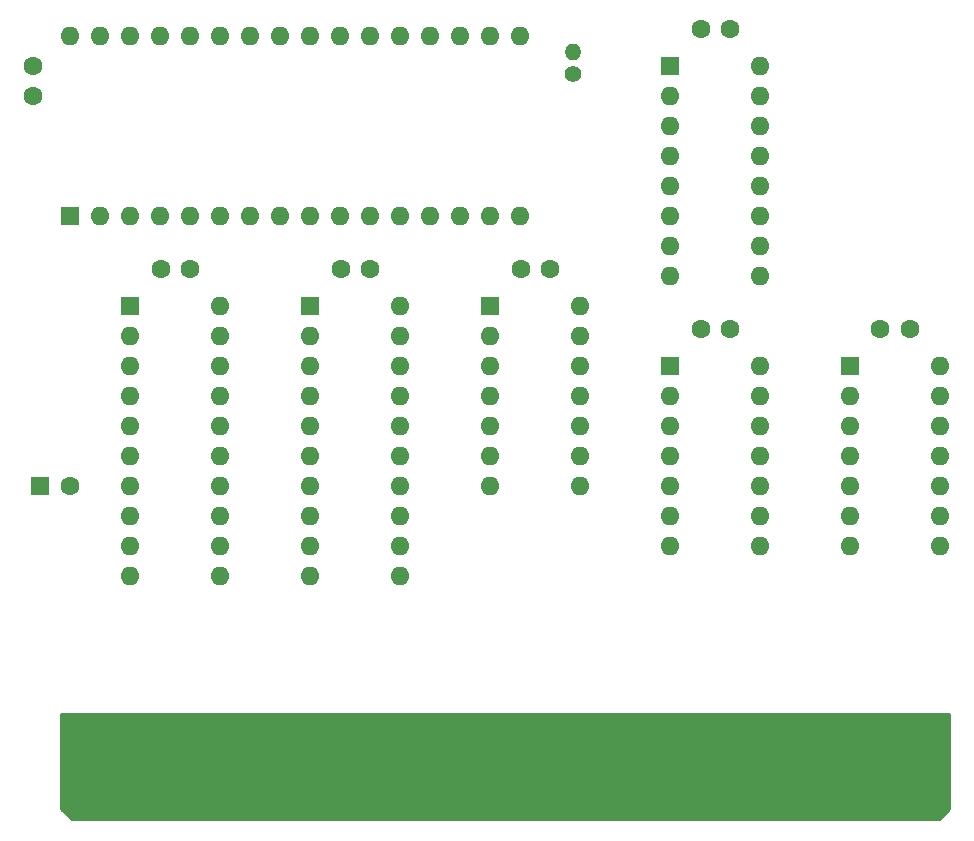
<source format=gbr>
G04 #@! TF.GenerationSoftware,KiCad,Pcbnew,(5.1.8)-1*
G04 #@! TF.CreationDate,2021-03-23T16:42:47+09:00*
G04 #@! TF.ProjectId,NEW_KANJI_ROM,4e45575f-4b41-44e4-9a49-5f524f4d2e6b,rev?*
G04 #@! TF.SameCoordinates,PX312c610PY9b45830*
G04 #@! TF.FileFunction,Soldermask,Top*
G04 #@! TF.FilePolarity,Negative*
%FSLAX46Y46*%
G04 Gerber Fmt 4.6, Leading zero omitted, Abs format (unit mm)*
G04 Created by KiCad (PCBNEW (5.1.8)-1) date 2021-03-23 16:42:47*
%MOMM*%
%LPD*%
G01*
G04 APERTURE LIST*
%ADD10R,1.600000X1.600000*%
%ADD11O,1.600000X1.600000*%
%ADD12C,1.400000*%
%ADD13O,1.400000X1.400000*%
%ADD14C,1.600000*%
%ADD15C,0.254000*%
%ADD16C,0.100000*%
G04 APERTURE END LIST*
D10*
X27178000Y43434000D03*
D11*
X34798000Y20574000D03*
X27178000Y40894000D03*
X34798000Y23114000D03*
X27178000Y38354000D03*
X34798000Y25654000D03*
X27178000Y35814000D03*
X34798000Y28194000D03*
X27178000Y33274000D03*
X34798000Y30734000D03*
X27178000Y30734000D03*
X34798000Y33274000D03*
X27178000Y28194000D03*
X34798000Y35814000D03*
X27178000Y25654000D03*
X34798000Y38354000D03*
X27178000Y23114000D03*
X34798000Y40894000D03*
X27178000Y20574000D03*
X34798000Y43434000D03*
D10*
X6858000Y51054000D03*
D11*
X44958000Y66294000D03*
X9398000Y51054000D03*
X42418000Y66294000D03*
X11938000Y51054000D03*
X39878000Y66294000D03*
X14478000Y51054000D03*
X37338000Y66294000D03*
X17018000Y51054000D03*
X34798000Y66294000D03*
X19558000Y51054000D03*
X32258000Y66294000D03*
X22098000Y51054000D03*
X29718000Y66294000D03*
X24638000Y51054000D03*
X27178000Y66294000D03*
X27178000Y51054000D03*
X24638000Y66294000D03*
X29718000Y51054000D03*
X22098000Y66294000D03*
X32258000Y51054000D03*
X19558000Y66294000D03*
X34798000Y51054000D03*
X17018000Y66294000D03*
X37338000Y51054000D03*
X14478000Y66294000D03*
X39878000Y51054000D03*
X11938000Y66294000D03*
X42418000Y51054000D03*
X9398000Y66294000D03*
X44958000Y51054000D03*
X6858000Y66294000D03*
D10*
X72898000Y38354000D03*
D11*
X80518000Y23114000D03*
X72898000Y35814000D03*
X80518000Y25654000D03*
X72898000Y33274000D03*
X80518000Y28194000D03*
X72898000Y30734000D03*
X80518000Y30734000D03*
X72898000Y28194000D03*
X80518000Y33274000D03*
X72898000Y25654000D03*
X80518000Y35814000D03*
X72898000Y23114000D03*
X80518000Y38354000D03*
D10*
X57658000Y38354000D03*
D11*
X65278000Y23114000D03*
X57658000Y35814000D03*
X65278000Y25654000D03*
X57658000Y33274000D03*
X65278000Y28194000D03*
X57658000Y30734000D03*
X65278000Y30734000D03*
X57658000Y28194000D03*
X65278000Y33274000D03*
X57658000Y25654000D03*
X65278000Y35814000D03*
X57658000Y23114000D03*
X65278000Y38354000D03*
D10*
X42418000Y43434000D03*
D11*
X50038000Y28194000D03*
X42418000Y40894000D03*
X50038000Y30734000D03*
X42418000Y38354000D03*
X50038000Y33274000D03*
X42418000Y35814000D03*
X50038000Y35814000D03*
X42418000Y33274000D03*
X50038000Y38354000D03*
X42418000Y30734000D03*
X50038000Y40894000D03*
X42418000Y28194000D03*
X50038000Y43434000D03*
D10*
X57658000Y63754000D03*
D11*
X65278000Y45974000D03*
X57658000Y61214000D03*
X65278000Y48514000D03*
X57658000Y58674000D03*
X65278000Y51054000D03*
X57658000Y56134000D03*
X65278000Y53594000D03*
X57658000Y53594000D03*
X65278000Y56134000D03*
X57658000Y51054000D03*
X65278000Y58674000D03*
X57658000Y48514000D03*
X65278000Y61214000D03*
X57658000Y45974000D03*
X65278000Y63754000D03*
D10*
X11938000Y43434000D03*
D11*
X19558000Y20574000D03*
X11938000Y40894000D03*
X19558000Y23114000D03*
X11938000Y38354000D03*
X19558000Y25654000D03*
X11938000Y35814000D03*
X19558000Y28194000D03*
X11938000Y33274000D03*
X19558000Y30734000D03*
X11938000Y30734000D03*
X19558000Y33274000D03*
X11938000Y28194000D03*
X19558000Y35814000D03*
X11938000Y25654000D03*
X19558000Y38354000D03*
X11938000Y23114000D03*
X19558000Y40894000D03*
X11938000Y20574000D03*
X19558000Y43434000D03*
D12*
X49403000Y63119000D03*
D13*
X49403000Y65019000D03*
D14*
X77938000Y41529000D03*
X75438000Y41529000D03*
X62738000Y41529000D03*
X60238000Y41529000D03*
X47498000Y46609000D03*
X44998000Y46609000D03*
X62738000Y66929000D03*
X60238000Y66929000D03*
X32258000Y46609000D03*
X29758000Y46609000D03*
X17018000Y46609000D03*
X14518000Y46609000D03*
D10*
X4318000Y28194000D03*
D14*
X6818000Y28194000D03*
X3683000Y63754000D03*
X3683000Y61254000D03*
D15*
X81280000Y889000D02*
X80391000Y0D01*
X6985000Y0D01*
X6096000Y889000D01*
X6096000Y8890000D01*
X81280000Y8890000D01*
X81280000Y889000D01*
D16*
G36*
X81280000Y889000D02*
G01*
X80391000Y0D01*
X6985000Y0D01*
X6096000Y889000D01*
X6096000Y8890000D01*
X81280000Y8890000D01*
X81280000Y889000D01*
G37*
M02*

</source>
